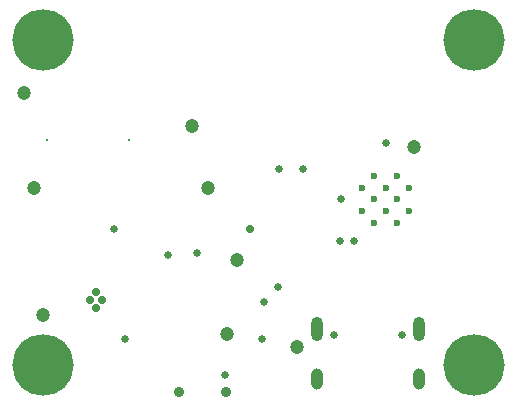
<source format=gbs>
G04*
G04 #@! TF.GenerationSoftware,Altium Limited,Altium Designer,25.3.3 (18)*
G04*
G04 Layer_Color=16711935*
%FSLAX44Y44*%
%MOMM*%
G71*
G04*
G04 #@! TF.SameCoordinates,E081D75F-9DF0-4658-81CA-2A43F12760C1*
G04*
G04*
G04 #@! TF.FilePolarity,Negative*
G04*
G01*
G75*
%ADD62C,0.6500*%
G04:AMPARAMS|DCode=63|XSize=1mm|YSize=2.1mm|CornerRadius=0.5mm|HoleSize=0mm|Usage=FLASHONLY|Rotation=0.000|XOffset=0mm|YOffset=0mm|HoleType=Round|Shape=RoundedRectangle|*
%AMROUNDEDRECTD63*
21,1,1.0000,1.1000,0,0,0.0*
21,1,0.0000,2.1000,0,0,0.0*
1,1,1.0000,0.0000,-0.5500*
1,1,1.0000,0.0000,-0.5500*
1,1,1.0000,0.0000,0.5500*
1,1,1.0000,0.0000,0.5500*
%
%ADD63ROUNDEDRECTD63*%
G04:AMPARAMS|DCode=64|XSize=1mm|YSize=1.8mm|CornerRadius=0.5mm|HoleSize=0mm|Usage=FLASHONLY|Rotation=0.000|XOffset=0mm|YOffset=0mm|HoleType=Round|Shape=RoundedRectangle|*
%AMROUNDEDRECTD64*
21,1,1.0000,0.8000,0,0,0.0*
21,1,0.0000,1.8000,0,0,0.0*
1,1,1.0000,0.0000,-0.4000*
1,1,1.0000,0.0000,-0.4000*
1,1,1.0000,0.0000,0.4000*
1,1,1.0000,0.0000,0.4000*
%
%ADD64ROUNDEDRECTD64*%
%ADD65R,0.2032X0.2032*%
%ADD66C,5.2032*%
%ADD67C,1.2032*%
%ADD68C,0.6532*%
%ADD69C,0.9000*%
%ADD70C,0.7032*%
%ADD71C,0.6000*%
D62*
X333900Y55150D02*
D03*
X276100D02*
D03*
D63*
X348200Y60150D02*
D03*
X261800D02*
D03*
D64*
X348200Y18350D02*
D03*
X261800D02*
D03*
D65*
X33000Y220000D02*
D03*
X103000D02*
D03*
D66*
X30000Y30000D02*
D03*
X395000D02*
D03*
X30000Y305000D02*
D03*
X395000D02*
D03*
D67*
X22000Y179500D02*
D03*
X14000Y260500D02*
D03*
X186000Y56000D02*
D03*
X344000Y214000D02*
D03*
X245000Y45000D02*
D03*
X194000Y119000D02*
D03*
X30000Y72000D02*
D03*
X156000Y232500D02*
D03*
X170000Y180000D02*
D03*
D68*
X160000Y124751D02*
D03*
X99000Y52000D02*
D03*
X320000Y218000D02*
D03*
X293000Y135000D02*
D03*
X281000D02*
D03*
X229000Y96000D02*
D03*
X217000Y83000D02*
D03*
X90000Y145000D02*
D03*
X230000Y196000D02*
D03*
X250000D02*
D03*
X183767Y21767D02*
D03*
X215000Y51767D02*
D03*
X136000Y123000D02*
D03*
X282000Y170000D02*
D03*
D69*
X185250Y7000D02*
D03*
X144750D02*
D03*
D70*
X80000Y85000D02*
D03*
X70000D02*
D03*
X75000Y78000D02*
D03*
Y92000D02*
D03*
X205000Y145000D02*
D03*
D71*
X339750Y160125D02*
D03*
X320000D02*
D03*
X300250D02*
D03*
X339750Y179875D02*
D03*
X320000D02*
D03*
X300250D02*
D03*
X310125Y150250D02*
D03*
Y170000D02*
D03*
Y189750D02*
D03*
X329875Y150250D02*
D03*
Y170000D02*
D03*
Y189750D02*
D03*
M02*

</source>
